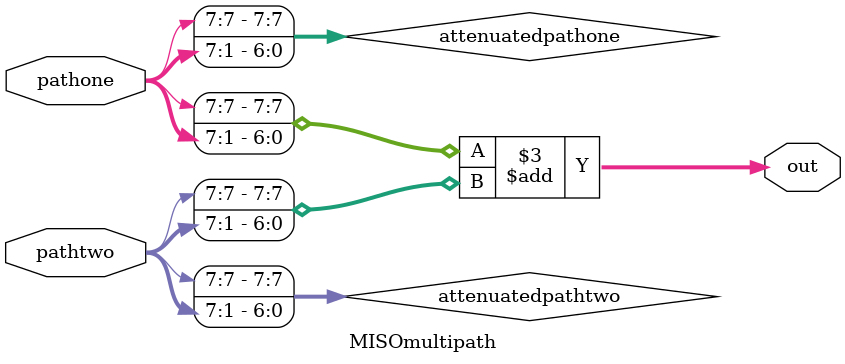
<source format=v>
`timescale 10 ps/ 1 ps 

module multpathandattenuation (in, out);

input signed [7:0] in;
output signed [7:0] out;

wire signed [7:0] multipathout;

MISOmultipath multipath ( .pathone(in), .pathtwo(in), .out(multipathout));

assign out = multipathout >>> 2'b1; //attenuate overall multipath channel due to free space


endmodule



module MISOmultipath ( pathone, pathtwo, out);


input signed [7:0] pathone, pathtwo; //could be signed
output signed  [7:0] out; //could be signed
wire signed  [7:0] attenuatedpathone, attenuatedpathtwo; //could be signed
// specify block containing delay statements
specify 

( pathone => out ) = 1;   // delay from pathone to output
( pathtwo => out ) = 2;   // delay from pathtwo to output 

endspecify

// module definition
assign attenuatedpathone = pathone >>> 2'b1; //both paths attenuated by 0.5
assign attenuatedpathtwo = pathtwo >>> 2'b1;

assign out = attenuatedpathone  + attenuatedpathtwo;


endmodule

</source>
